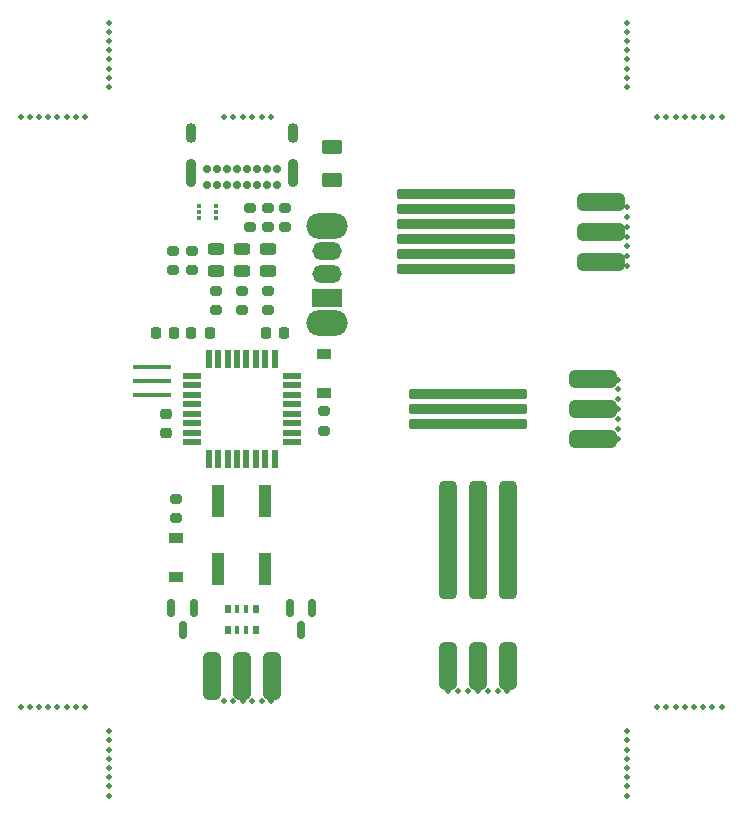
<source format=gts>
G04 #@! TF.GenerationSoftware,KiCad,Pcbnew,6.0.2-378541a8eb~116~ubuntu20.04.1*
G04 #@! TF.CreationDate,2022-02-28T16:15:05+01:00*
G04 #@! TF.ProjectId,ISP_panel,4953505f-7061-46e6-956c-2e6b69636164,rev?*
G04 #@! TF.SameCoordinates,Original*
G04 #@! TF.FileFunction,Soldermask,Top*
G04 #@! TF.FilePolarity,Negative*
%FSLAX46Y46*%
G04 Gerber Fmt 4.6, Leading zero omitted, Abs format (unit mm)*
G04 Created by KiCad (PCBNEW 6.0.2-378541a8eb~116~ubuntu20.04.1) date 2022-02-28 16:15:05*
%MOMM*%
%LPD*%
G01*
G04 APERTURE LIST*
G04 Aperture macros list*
%AMRoundRect*
0 Rectangle with rounded corners*
0 $1 Rounding radius*
0 $2 $3 $4 $5 $6 $7 $8 $9 X,Y pos of 4 corners*
0 Add a 4 corners polygon primitive as box body*
4,1,4,$2,$3,$4,$5,$6,$7,$8,$9,$2,$3,0*
0 Add four circle primitives for the rounded corners*
1,1,$1+$1,$2,$3*
1,1,$1+$1,$4,$5*
1,1,$1+$1,$6,$7*
1,1,$1+$1,$8,$9*
0 Add four rect primitives between the rounded corners*
20,1,$1+$1,$2,$3,$4,$5,0*
20,1,$1+$1,$4,$5,$6,$7,0*
20,1,$1+$1,$6,$7,$8,$9,0*
20,1,$1+$1,$8,$9,$2,$3,0*%
G04 Aperture macros list end*
%ADD10C,0.500000*%
%ADD11RoundRect,0.225000X-0.225000X-0.250000X0.225000X-0.250000X0.225000X0.250000X-0.225000X0.250000X0*%
%ADD12RoundRect,0.375000X-0.375000X-1.625000X0.375000X-1.625000X0.375000X1.625000X-0.375000X1.625000X0*%
%ADD13R,1.200000X0.900000*%
%ADD14O,3.500000X2.200000*%
%ADD15R,2.500000X1.500000*%
%ADD16O,2.500000X1.500000*%
%ADD17RoundRect,0.225000X-4.775000X0.225000X-4.775000X-0.225000X4.775000X-0.225000X4.775000X0.225000X0*%
%ADD18RoundRect,0.200000X-0.275000X0.200000X-0.275000X-0.200000X0.275000X-0.200000X0.275000X0.200000X0*%
%ADD19RoundRect,0.150000X-0.150000X0.587500X-0.150000X-0.587500X0.150000X-0.587500X0.150000X0.587500X0*%
%ADD20RoundRect,0.375000X-1.625000X0.375000X-1.625000X-0.375000X1.625000X-0.375000X1.625000X0.375000X0*%
%ADD21RoundRect,0.250000X0.625000X-0.375000X0.625000X0.375000X-0.625000X0.375000X-0.625000X-0.375000X0*%
%ADD22RoundRect,0.225000X-0.250000X0.225000X-0.250000X-0.225000X0.250000X-0.225000X0.250000X0.225000X0*%
%ADD23RoundRect,0.200000X0.275000X-0.200000X0.275000X0.200000X-0.275000X0.200000X-0.275000X-0.200000X0*%
%ADD24R,0.500000X0.800000*%
%ADD25R,0.400000X0.800000*%
%ADD26RoundRect,0.225000X0.225000X0.250000X-0.225000X0.250000X-0.225000X-0.250000X0.225000X-0.250000X0*%
%ADD27RoundRect,0.243750X-0.456250X0.243750X-0.456250X-0.243750X0.456250X-0.243750X0.456250X0.243750X0*%
%ADD28RoundRect,0.375000X0.375000X4.625000X-0.375000X4.625000X-0.375000X-4.625000X0.375000X-4.625000X0*%
%ADD29R,1.600000X0.550000*%
%ADD30R,0.550000X1.600000*%
%ADD31RoundRect,0.375000X0.375000X1.625000X-0.375000X1.625000X-0.375000X-1.625000X0.375000X-1.625000X0*%
%ADD32R,1.000000X2.750000*%
%ADD33R,0.450000X0.300000*%
%ADD34C,0.700000*%
%ADD35O,0.900000X2.400000*%
%ADD36O,0.900000X1.700000*%
%ADD37R,3.200000X0.400000*%
G04 APERTURE END LIST*
D10*
G04 #@! TO.C,REF\u002A\u002A*
X26724111Y-35251000D03*
G04 #@! TD*
G04 #@! TO.C,REF\u002A\u002A*
X72649003Y-89611555D03*
G04 #@! TD*
G04 #@! TO.C,REF\u002A\u002A*
X71879000Y-58333330D03*
G04 #@! TD*
G04 #@! TO.C,REF\u002A\u002A*
X71879000Y-59999997D03*
G04 #@! TD*
D11*
G04 #@! TO.C,C4*
X35724996Y-53599996D03*
X37274996Y-53599996D03*
G04 #@! TD*
D12*
G04 #@! TO.C,J1*
X37459996Y-82599996D03*
X39999996Y-82599996D03*
X42539996Y-82599996D03*
G04 #@! TD*
D10*
G04 #@! TO.C,REF\u002A\u002A*
X28751000Y-29610555D03*
G04 #@! TD*
G04 #@! TO.C,REF\u002A\u002A*
X75953777Y-35251000D03*
G04 #@! TD*
G04 #@! TO.C,REF\u002A\u002A*
X72649000Y-47066663D03*
G04 #@! TD*
G04 #@! TO.C,REF\u002A\u002A*
X72649000Y-46233330D03*
G04 #@! TD*
G04 #@! TO.C,REF\u002A\u002A*
X79065333Y-35251000D03*
G04 #@! TD*
G04 #@! TO.C,REF\u002A\u002A*
X28751000Y-28832666D03*
G04 #@! TD*
D13*
G04 #@! TO.C,D2*
X34399996Y-70949996D03*
X34399996Y-74249996D03*
G04 #@! TD*
D10*
G04 #@! TO.C,REF\u002A\u002A*
X28751000Y-92723111D03*
G04 #@! TD*
G04 #@! TO.C,REF\u002A\u002A*
X79065333Y-85249004D03*
G04 #@! TD*
D14*
G04 #@! TO.C,SW1*
X47199996Y-52699996D03*
X47199996Y-44499996D03*
D15*
X47199996Y-50599996D03*
D16*
X47199996Y-48599996D03*
X47199996Y-46599996D03*
G04 #@! TD*
D10*
G04 #@! TO.C,REF\u002A\u002A*
X22834666Y-85249004D03*
G04 #@! TD*
G04 #@! TO.C,REF\u002A\u002A*
X28751000Y-28054777D03*
G04 #@! TD*
D17*
G04 #@! TO.C,J14*
X59125003Y-58729997D03*
X59125003Y-59999997D03*
X59125003Y-61269997D03*
G04 #@! TD*
D10*
G04 #@! TO.C,REF\u002A\u002A*
X72649003Y-29610555D03*
G04 #@! TD*
G04 #@! TO.C,REF\u002A\u002A*
X42499996Y-35251000D03*
G04 #@! TD*
G04 #@! TO.C,REF\u002A\u002A*
X28751000Y-88833666D03*
G04 #@! TD*
G04 #@! TO.C,REF\u002A\u002A*
X40099996Y-84749000D03*
G04 #@! TD*
D18*
G04 #@! TO.C,R2*
X42199996Y-42974996D03*
X42199996Y-44624996D03*
G04 #@! TD*
D10*
G04 #@! TO.C,REF\u002A\u002A*
X28751000Y-90389444D03*
G04 #@! TD*
G04 #@! TO.C,REF\u002A\u002A*
X41699996Y-84749000D03*
G04 #@! TD*
G04 #@! TO.C,REF\u002A\u002A*
X38499996Y-84749000D03*
G04 #@! TD*
G04 #@! TO.C,REF\u002A\u002A*
X71879000Y-61666663D03*
G04 #@! TD*
G04 #@! TO.C,REF\u002A\u002A*
X22056777Y-85249004D03*
G04 #@! TD*
G04 #@! TO.C,REF\u002A\u002A*
X25168333Y-35251000D03*
G04 #@! TD*
D19*
G04 #@! TO.C,Q2*
X35949996Y-76862496D03*
X34049996Y-76862496D03*
X34999996Y-78737496D03*
G04 #@! TD*
D10*
G04 #@! TO.C,REF\u002A\u002A*
X75175888Y-85249004D03*
G04 #@! TD*
G04 #@! TO.C,REF\u002A\u002A*
X71879000Y-62499997D03*
G04 #@! TD*
G04 #@! TO.C,REF\u002A\u002A*
X40099996Y-35251000D03*
G04 #@! TD*
G04 #@! TO.C,REF\u002A\u002A*
X28751000Y-87277888D03*
G04 #@! TD*
D20*
G04 #@! TO.C,J7*
X69725003Y-57459997D03*
X69725003Y-59999997D03*
X69725003Y-62539997D03*
G04 #@! TD*
D10*
G04 #@! TO.C,REF\u002A\u002A*
X72649000Y-43733330D03*
G04 #@! TD*
G04 #@! TO.C,REF\u002A\u002A*
X72649003Y-91167333D03*
G04 #@! TD*
D21*
G04 #@! TO.C,F1*
X47599996Y-40599996D03*
X47599996Y-37799996D03*
G04 #@! TD*
D10*
G04 #@! TO.C,REF\u002A\u002A*
X72649003Y-27276888D03*
G04 #@! TD*
G04 #@! TO.C,REF\u002A\u002A*
X72649003Y-31944222D03*
G04 #@! TD*
G04 #@! TO.C,REF\u002A\u002A*
X28751000Y-27276888D03*
G04 #@! TD*
G04 #@! TO.C,REF\u002A\u002A*
X41699996Y-35251000D03*
G04 #@! TD*
G04 #@! TO.C,REF\u002A\u002A*
X24390444Y-35251000D03*
G04 #@! TD*
G04 #@! TO.C,REF\u002A\u002A*
X28751000Y-88055777D03*
G04 #@! TD*
G04 #@! TO.C,REF\u002A\u002A*
X26724111Y-85249004D03*
G04 #@! TD*
G04 #@! TO.C,REF\u002A\u002A*
X60000003Y-83879000D03*
G04 #@! TD*
D22*
G04 #@! TO.C,C3*
X33599996Y-60449996D03*
X33599996Y-61999996D03*
G04 #@! TD*
D10*
G04 #@! TO.C,REF\u002A\u002A*
X75175888Y-35251000D03*
G04 #@! TD*
D23*
G04 #@! TO.C,R4*
X46999996Y-61824996D03*
X46999996Y-60174996D03*
G04 #@! TD*
D10*
G04 #@! TO.C,REF\u002A\u002A*
X71879000Y-59166663D03*
G04 #@! TD*
D13*
G04 #@! TO.C,D1*
X46999996Y-55349996D03*
X46999996Y-58649996D03*
G04 #@! TD*
D10*
G04 #@! TO.C,REF\u002A\u002A*
X78287444Y-35251000D03*
G04 #@! TD*
G04 #@! TO.C,REF\u002A\u002A*
X72649000Y-47899997D03*
G04 #@! TD*
D24*
G04 #@! TO.C,RN1*
X41199996Y-76899996D03*
D25*
X40399996Y-76899996D03*
X39599996Y-76899996D03*
D24*
X38799996Y-76899996D03*
X38799996Y-78699996D03*
D25*
X39599996Y-78699996D03*
X40399996Y-78699996D03*
D24*
X41199996Y-78699996D03*
G04 #@! TD*
D20*
G04 #@! TO.C,J5*
X70450003Y-42459997D03*
X70450003Y-44999997D03*
X70450003Y-47539997D03*
G04 #@! TD*
D19*
G04 #@! TO.C,Q1*
X45949996Y-76862496D03*
X44049996Y-76862496D03*
X44999996Y-78737496D03*
G04 #@! TD*
D10*
G04 #@! TO.C,REF\u002A\u002A*
X72649003Y-28054777D03*
G04 #@! TD*
G04 #@! TO.C,REF\u002A\u002A*
X42499996Y-84749000D03*
G04 #@! TD*
G04 #@! TO.C,REF\u002A\u002A*
X72649003Y-91945222D03*
G04 #@! TD*
D18*
G04 #@! TO.C,R5*
X35799996Y-46574996D03*
X35799996Y-48224996D03*
G04 #@! TD*
D10*
G04 #@! TO.C,REF\u002A\u002A*
X25168333Y-85249004D03*
G04 #@! TD*
D26*
G04 #@! TO.C,C2*
X34274996Y-53599996D03*
X32724996Y-53599996D03*
G04 #@! TD*
D27*
G04 #@! TO.C,D4*
X39999996Y-46462496D03*
X39999996Y-48337496D03*
G04 #@! TD*
D10*
G04 #@! TO.C,REF\u002A\u002A*
X72649003Y-32722111D03*
G04 #@! TD*
G04 #@! TO.C,REF\u002A\u002A*
X72649003Y-87277888D03*
G04 #@! TD*
G04 #@! TO.C,REF\u002A\u002A*
X72649003Y-92723111D03*
G04 #@! TD*
D28*
G04 #@! TO.C,J11*
X62540003Y-71125003D03*
X60000003Y-71125003D03*
X57460003Y-71125003D03*
G04 #@! TD*
D10*
G04 #@! TO.C,REF\u002A\u002A*
X28751000Y-31944222D03*
G04 #@! TD*
G04 #@! TO.C,REF\u002A\u002A*
X72649003Y-88055777D03*
G04 #@! TD*
G04 #@! TO.C,REF\u002A\u002A*
X76731666Y-35251000D03*
G04 #@! TD*
G04 #@! TO.C,REF\u002A\u002A*
X72649003Y-31166333D03*
G04 #@! TD*
D23*
G04 #@! TO.C,R8*
X37799996Y-51624996D03*
X37799996Y-49974996D03*
G04 #@! TD*
D10*
G04 #@! TO.C,REF\u002A\u002A*
X21278888Y-85249004D03*
G04 #@! TD*
D29*
G04 #@! TO.C,U1*
X35749996Y-57199996D03*
X35749996Y-57999996D03*
X35749996Y-58799996D03*
X35749996Y-59599996D03*
X35749996Y-60399996D03*
X35749996Y-61199996D03*
X35749996Y-61999996D03*
X35749996Y-62799996D03*
D30*
X37199996Y-64249996D03*
X37999996Y-64249996D03*
X38799996Y-64249996D03*
X39599996Y-64249996D03*
X40399996Y-64249996D03*
X41199996Y-64249996D03*
X41999996Y-64249996D03*
X42799996Y-64249996D03*
D29*
X44249996Y-62799996D03*
X44249996Y-61999996D03*
X44249996Y-61199996D03*
X44249996Y-60399996D03*
X44249996Y-59599996D03*
X44249996Y-58799996D03*
X44249996Y-57999996D03*
X44249996Y-57199996D03*
D30*
X42799996Y-55749996D03*
X41999996Y-55749996D03*
X41199996Y-55749996D03*
X40399996Y-55749996D03*
X39599996Y-55749996D03*
X38799996Y-55749996D03*
X37999996Y-55749996D03*
X37199996Y-55749996D03*
G04 #@! TD*
D10*
G04 #@! TO.C,REF\u002A\u002A*
X40899996Y-84749000D03*
G04 #@! TD*
G04 #@! TO.C,REF\u002A\u002A*
X24390444Y-85249004D03*
G04 #@! TD*
D27*
G04 #@! TO.C,D3*
X37799996Y-46462496D03*
X37799996Y-48337496D03*
G04 #@! TD*
D10*
G04 #@! TO.C,REF\u002A\u002A*
X72649000Y-45399997D03*
G04 #@! TD*
G04 #@! TO.C,REF\u002A\u002A*
X23612555Y-85249004D03*
G04 #@! TD*
G04 #@! TO.C,REF\u002A\u002A*
X72649003Y-90389444D03*
G04 #@! TD*
D31*
G04 #@! TO.C,J3*
X62540003Y-81725003D03*
X60000003Y-81725003D03*
X57460003Y-81725003D03*
G04 #@! TD*
D10*
G04 #@! TO.C,REF\u002A\u002A*
X23612555Y-35251000D03*
G04 #@! TD*
G04 #@! TO.C,REF\u002A\u002A*
X72649003Y-30388444D03*
G04 #@! TD*
G04 #@! TO.C,REF\u002A\u002A*
X57500003Y-83879000D03*
G04 #@! TD*
G04 #@! TO.C,REF\u002A\u002A*
X22834666Y-35251000D03*
G04 #@! TD*
D23*
G04 #@! TO.C,R9*
X39999996Y-51624996D03*
X39999996Y-49974996D03*
G04 #@! TD*
D10*
G04 #@! TO.C,REF\u002A\u002A*
X78287444Y-85249004D03*
G04 #@! TD*
G04 #@! TO.C,REF\u002A\u002A*
X21278888Y-35251000D03*
G04 #@! TD*
D32*
G04 #@! TO.C,SW2*
X41999996Y-73579996D03*
X41999996Y-67819996D03*
X37999996Y-67819996D03*
X37999996Y-73579996D03*
G04 #@! TD*
D10*
G04 #@! TO.C,REF\u002A\u002A*
X28751000Y-30388444D03*
G04 #@! TD*
G04 #@! TO.C,REF\u002A\u002A*
X72649000Y-44566663D03*
G04 #@! TD*
G04 #@! TO.C,REF\u002A\u002A*
X22056777Y-35251000D03*
G04 #@! TD*
D18*
G04 #@! TO.C,R3*
X43699996Y-42974996D03*
X43699996Y-44624996D03*
G04 #@! TD*
D10*
G04 #@! TO.C,REF\u002A\u002A*
X60833336Y-83879000D03*
G04 #@! TD*
G04 #@! TO.C,REF\u002A\u002A*
X71879000Y-60833330D03*
G04 #@! TD*
D27*
G04 #@! TO.C,D5*
X42199996Y-46462496D03*
X42199996Y-48337496D03*
G04 #@! TD*
D18*
G04 #@! TO.C,R6*
X34199996Y-46574996D03*
X34199996Y-48224996D03*
G04 #@! TD*
D10*
G04 #@! TO.C,REF\u002A\u002A*
X80621111Y-85249004D03*
G04 #@! TD*
G04 #@! TO.C,REF\u002A\u002A*
X28751000Y-89611555D03*
G04 #@! TD*
G04 #@! TO.C,REF\u002A\u002A*
X79843222Y-35251000D03*
G04 #@! TD*
D33*
G04 #@! TO.C,IC1*
X37799996Y-43799996D03*
X37799996Y-43299996D03*
X37799996Y-42799996D03*
X36399996Y-42799996D03*
X36399996Y-43299996D03*
X36399996Y-43799996D03*
G04 #@! TD*
D10*
G04 #@! TO.C,REF\u002A\u002A*
X76731666Y-85249004D03*
G04 #@! TD*
D23*
G04 #@! TO.C,R7*
X34399996Y-69224996D03*
X34399996Y-67574996D03*
G04 #@! TD*
D10*
G04 #@! TO.C,REF\u002A\u002A*
X72649000Y-42899997D03*
G04 #@! TD*
G04 #@! TO.C,REF\u002A\u002A*
X39299996Y-84749000D03*
G04 #@! TD*
G04 #@! TO.C,REF\u002A\u002A*
X58333336Y-83879000D03*
G04 #@! TD*
G04 #@! TO.C,REF\u002A\u002A*
X28751000Y-32722111D03*
G04 #@! TD*
G04 #@! TO.C,REF\u002A\u002A*
X28751000Y-91945222D03*
G04 #@! TD*
G04 #@! TO.C,REF\u002A\u002A*
X72649003Y-88833666D03*
G04 #@! TD*
G04 #@! TO.C,REF\u002A\u002A*
X25946222Y-85249004D03*
G04 #@! TD*
D18*
G04 #@! TO.C,R1*
X40699996Y-42974996D03*
X40699996Y-44624996D03*
G04 #@! TD*
D34*
G04 #@! TO.C,J9*
X42974996Y-41024996D03*
X42124996Y-41024996D03*
X41274996Y-41024996D03*
X40424996Y-41024996D03*
X39574996Y-41024996D03*
X38724996Y-41024996D03*
X37874996Y-41024996D03*
X37024996Y-41024996D03*
X37024996Y-39674996D03*
X37874996Y-39674996D03*
X38724996Y-39674996D03*
X39574996Y-39674996D03*
X40424996Y-39674996D03*
X41274996Y-39674996D03*
X42124996Y-39674996D03*
X42974996Y-39674996D03*
D35*
X44324996Y-40044996D03*
D36*
X44324996Y-36664996D03*
X35674996Y-36664996D03*
D35*
X35674996Y-40044996D03*
G04 #@! TD*
D10*
G04 #@! TO.C,REF\u002A\u002A*
X38499996Y-35251000D03*
G04 #@! TD*
D17*
G04 #@! TO.C,J13*
X58100003Y-41824997D03*
X58100003Y-43094997D03*
X58100003Y-44364997D03*
X58100003Y-45634997D03*
X58100003Y-46904997D03*
X58100003Y-48174997D03*
G04 #@! TD*
D10*
G04 #@! TO.C,REF\u002A\u002A*
X62500003Y-83879000D03*
G04 #@! TD*
G04 #@! TO.C,REF\u002A\u002A*
X28751000Y-91167333D03*
G04 #@! TD*
G04 #@! TO.C,REF\u002A\u002A*
X61666669Y-83879000D03*
G04 #@! TD*
G04 #@! TO.C,REF\u002A\u002A*
X77509555Y-35251000D03*
G04 #@! TD*
G04 #@! TO.C,REF\u002A\u002A*
X25946222Y-35251000D03*
G04 #@! TD*
D37*
G04 #@! TO.C,Y1*
X32399996Y-58799996D03*
X32399996Y-57599996D03*
X32399996Y-56399996D03*
G04 #@! TD*
D11*
G04 #@! TO.C,C1*
X42049996Y-53599996D03*
X43599996Y-53599996D03*
G04 #@! TD*
D10*
G04 #@! TO.C,REF\u002A\u002A*
X72649003Y-28832666D03*
G04 #@! TD*
G04 #@! TO.C,REF\u002A\u002A*
X77509555Y-85249004D03*
G04 #@! TD*
G04 #@! TO.C,REF\u002A\u002A*
X39299996Y-35251000D03*
G04 #@! TD*
G04 #@! TO.C,REF\u002A\u002A*
X71879000Y-57499997D03*
G04 #@! TD*
G04 #@! TO.C,REF\u002A\u002A*
X75953777Y-85249004D03*
G04 #@! TD*
G04 #@! TO.C,REF\u002A\u002A*
X28751000Y-31166333D03*
G04 #@! TD*
G04 #@! TO.C,REF\u002A\u002A*
X59166669Y-83879000D03*
G04 #@! TD*
G04 #@! TO.C,REF\u002A\u002A*
X80621111Y-35251000D03*
G04 #@! TD*
G04 #@! TO.C,REF\u002A\u002A*
X79843222Y-85249004D03*
G04 #@! TD*
G04 #@! TO.C,REF\u002A\u002A*
X40899996Y-35251000D03*
G04 #@! TD*
D23*
G04 #@! TO.C,R10*
X42199996Y-51624996D03*
X42199996Y-49974996D03*
G04 #@! TD*
M02*

</source>
